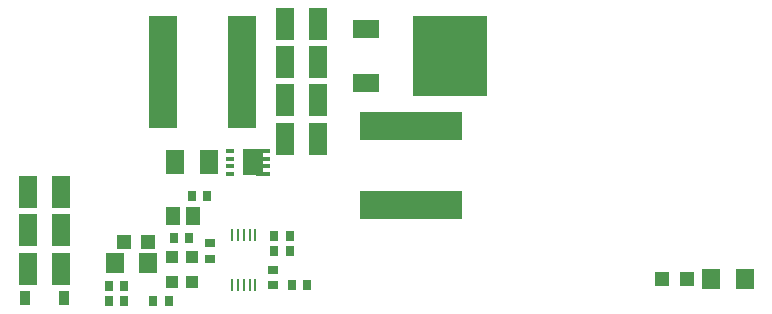
<source format=gtp>
G75*
G70*
%OFA0B0*%
%FSLAX24Y24*%
%IPPOS*%
%LPD*%
%AMOC8*
5,1,8,0,0,1.08239X$1,22.5*
%
%ADD10R,0.0098X0.0394*%
%ADD11R,0.0630X0.1063*%
%ADD12R,0.0433X0.0394*%
%ADD13R,0.0276X0.0354*%
%ADD14R,0.0354X0.0276*%
%ADD15R,0.0512X0.0591*%
%ADD16R,0.0630X0.0787*%
%ADD17R,0.0941X0.3740*%
%ADD18R,0.3429X0.0937*%
%ADD19R,0.2453X0.2654*%
%ADD20R,0.0898X0.0639*%
%ADD21R,0.0315X0.0134*%
%ADD22R,0.0512X0.0134*%
%ADD23R,0.0673X0.0902*%
%ADD24R,0.0358X0.0480*%
%ADD25R,0.0472X0.0472*%
%ADD26R,0.0630X0.0710*%
D10*
X010765Y005800D03*
X010962Y005800D03*
X011159Y005800D03*
X011355Y005800D03*
X011552Y005800D03*
X011552Y007464D03*
X011355Y007464D03*
X011159Y007464D03*
X010962Y007464D03*
X010765Y007464D03*
D11*
X005066Y007616D03*
X003964Y007616D03*
X003964Y006337D03*
X005066Y006337D03*
X005066Y008896D03*
X003964Y008896D03*
X012527Y010667D03*
X013629Y010667D03*
X013629Y011947D03*
X012527Y011947D03*
X012527Y013226D03*
X013629Y013226D03*
X013629Y014506D03*
X012527Y014506D03*
D12*
X009426Y006730D03*
X008757Y006730D03*
X008757Y005894D03*
X009426Y005894D03*
D13*
X006670Y005254D03*
X007182Y005254D03*
X008147Y005254D03*
X008659Y005254D03*
X007182Y005746D03*
X006670Y005746D03*
X008836Y007370D03*
X009347Y007370D03*
X009426Y008748D03*
X009938Y008748D03*
X012182Y007419D03*
X012694Y007419D03*
X012694Y006927D03*
X012182Y006927D03*
X012773Y005795D03*
X013284Y005795D03*
D14*
X012143Y005786D03*
X012143Y006297D03*
X010027Y006671D03*
X010027Y007183D03*
D15*
X009475Y008108D03*
X008806Y008108D03*
D16*
X008885Y009880D03*
X009987Y009880D03*
D17*
X011090Y012882D03*
X008471Y012882D03*
D18*
X016720Y011091D03*
X016720Y008473D03*
D19*
X018033Y013423D03*
D20*
X015220Y012526D03*
X015220Y014321D03*
D21*
X010716Y010264D03*
X010716Y010008D03*
X010716Y009752D03*
X010716Y009496D03*
D22*
X011798Y009496D03*
X011798Y009752D03*
X011798Y010008D03*
X011798Y010264D03*
D23*
X011462Y009880D03*
D24*
X005159Y005352D03*
X003871Y005352D03*
D25*
X007153Y007223D03*
X007979Y007223D03*
X025115Y005992D03*
X025942Y005992D03*
D26*
X026740Y005992D03*
X027860Y005992D03*
X007978Y006534D03*
X006859Y006534D03*
M02*

</source>
